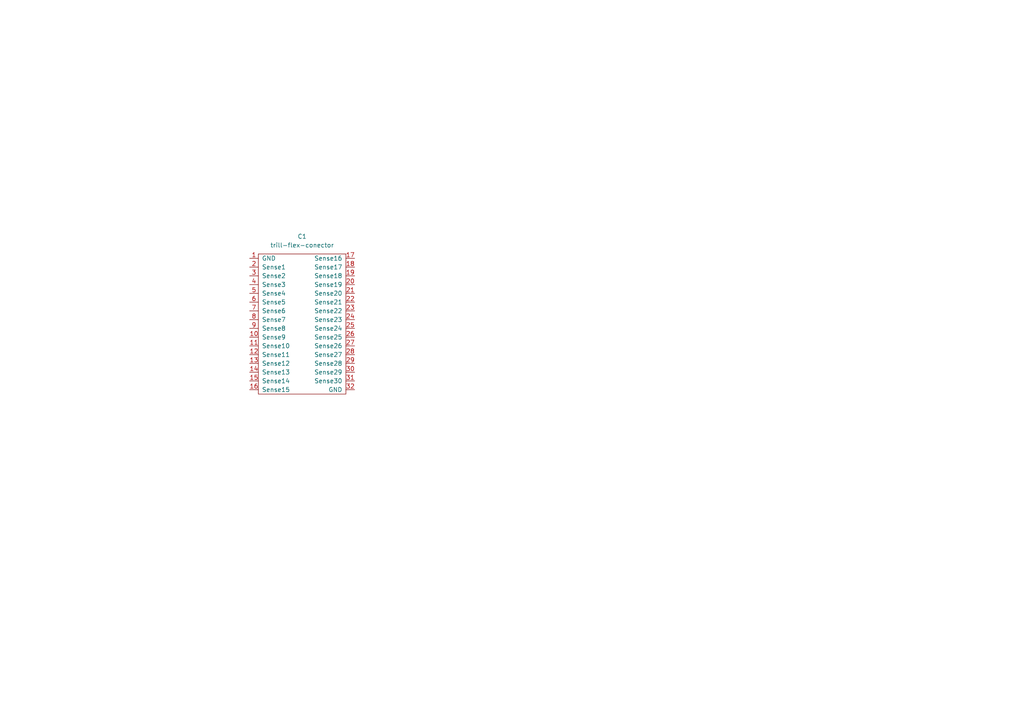
<source format=kicad_sch>
(kicad_sch (version 20211123) (generator eeschema)
  (paper "A4")
  (lib_symbols
    (symbol "trill-flex:trill-flex-conector" (pin_names (offset 1.016))
      (property "Reference" "C" (at 0 0 0))
      (property "Value" "trill-flex-conector" (at 0 2.54 0))
      (symbol "trill-flex-conector_0_1"
        (rectangle (start -12.7 -1.27) (end 12.7 -41.91))
      )
      (symbol "trill-flex-conector_1_1"
        (pin input line (at -15.24 -2.54 0) (length 2.54) (name "GND") (number "1"))
        (pin input line (at -15.24 -25.4 0) (length 2.54) (name "Sense9") (number "10"))
        (pin input line (at -15.24 -27.94 0) (length 2.54) (name "Sense10") (number "11"))
        (pin input line (at -15.24 -30.48 0) (length 2.54) (name "Sense11") (number "12"))
        (pin input line (at -15.24 -33.02 0) (length 2.54) (name "Sense12") (number "13"))
        (pin input line (at -15.24 -35.56 0) (length 2.54) (name "Sense13") (number "14"))
        (pin input line (at -15.24 -38.1 0) (length 2.54) (name "Sense14") (number "15"))
        (pin input line (at -15.24 -40.64 0) (length 2.54) (name "Sense15") (number "16"))
        (pin input line (at 15.24 -2.54 180) (length 2.54) (name "Sense16") (number "17"))
        (pin input line (at 15.24 -5.08 180) (length 2.54) (name "Sense17") (number "18"))
        (pin input line (at 15.24 -7.62 180) (length 2.54) (name "Sense18") (number "19"))
        (pin input line (at -15.24 -5.08 0) (length 2.54) (name "Sense1") (number "2"))
        (pin input line (at 15.24 -10.16 180) (length 2.54) (name "Sense19") (number "20"))
        (pin input line (at 15.24 -12.7 180) (length 2.54) (name "Sense20") (number "21"))
        (pin input line (at 15.24 -15.24 180) (length 2.54) (name "Sense21") (number "22"))
        (pin input line (at 15.24 -17.78 180) (length 2.54) (name "Sense22") (number "23"))
        (pin input line (at 15.24 -20.32 180) (length 2.54) (name "Sense23") (number "24"))
        (pin input line (at 15.24 -22.86 180) (length 2.54) (name "Sense24") (number "25"))
        (pin input line (at 15.24 -25.4 180) (length 2.54) (name "Sense25") (number "26"))
        (pin input line (at 15.24 -27.94 180) (length 2.54) (name "Sense26") (number "27"))
        (pin input line (at 15.24 -30.48 180) (length 2.54) (name "Sense27") (number "28"))
        (pin input line (at 15.24 -33.02 180) (length 2.54) (name "Sense28") (number "29"))
        (pin input line (at -15.24 -7.62 0) (length 2.54) (name "Sense2") (number "3"))
        (pin input line (at 15.24 -35.56 180) (length 2.54) (name "Sense29") (number "30"))
        (pin input line (at 15.24 -38.1 180) (length 2.54) (name "Sense30") (number "31"))
        (pin input line (at 15.24 -40.64 180) (length 2.54) (name "GND") (number "32"))
        (pin input line (at -15.24 -10.16 0) (length 2.54) (name "Sense3") (number "4"))
        (pin input line (at -15.24 -12.7 0) (length 2.54) (name "Sense4") (number "5"))
        (pin input line (at -15.24 -15.24 0) (length 2.54) (name "Sense5") (number "6"))
        (pin input line (at -15.24 -17.78 0) (length 2.54) (name "Sense6") (number "7"))
        (pin input line (at -15.24 -20.32 0) (length 2.54) (name "Sense7") (number "8"))
        (pin input line (at -15.24 -22.86 0) (length 2.54) (name "Sense8") (number "9"))
      )
    )
  )
  (symbol (lib_id "trill-flex:trill-flex-conector") (at 87.63 72.39 0) (unit 1)
    (property "Reference" "C1" (at 87.63 68.58 0))
    (property "Value" "trill-flex-conector" (at 87.63 71.12 0))
    (property "Footprint" "trill-flex:trill_flex_long" (effects hide))
  )
)
</source>
